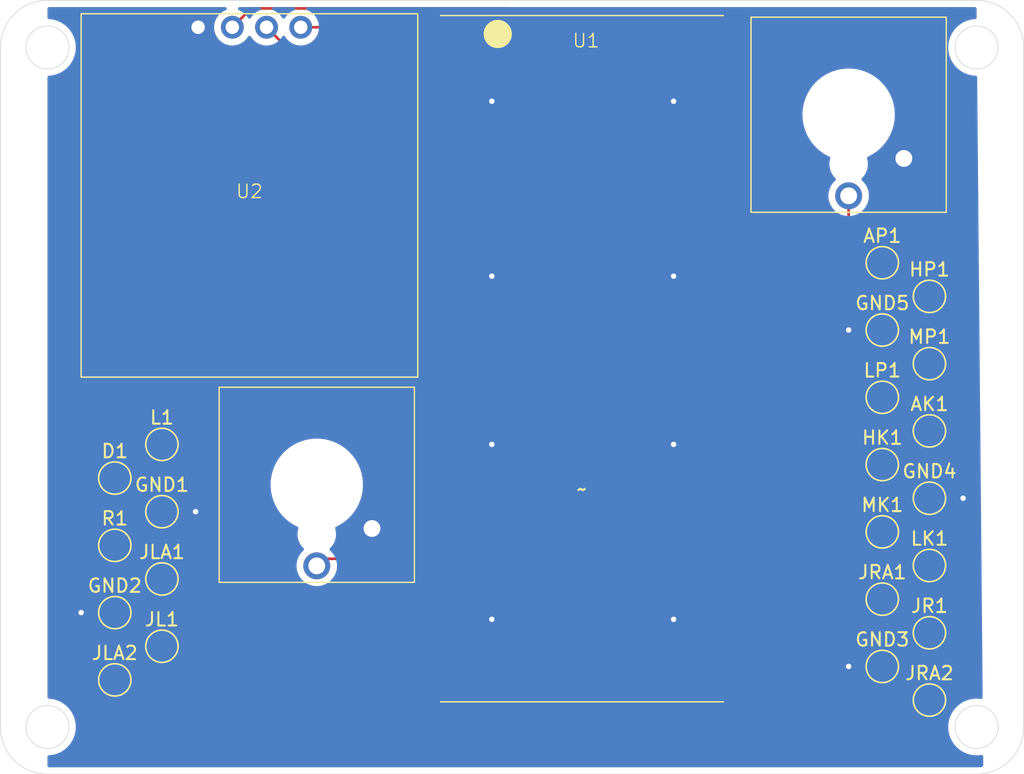
<source format=kicad_pcb>
(kicad_pcb (version 20241229) (generator "pcbnew") (generator_version "9.0")
  (layers (0 "F.Cu" signal) (2 "B.Cu" signal) (13 "F.Paste" user) (15 "B.Paste" user) (5 "F.SilkS" user "F.Silkscreen") (7 "B.SilkS" user "B.Silkscreen") (1 "F.Mask" user) (3 "B.Mask" user) (25 "Edge.Cuts" user))
  (net 0 "")
  (net 1 "Net-(U1-GP4)")
  (net 2 "Net-(S2-IN)")
  (net 3 "GND")
  (net 4 "Net-(U1-GP21)")
  (net 7 "Net-(U1-GP5)")
  (net 8 "Net-(U1-3V3)")
  (net 9 "Net-(U1-GP17)")
  (net 10 "Net-(S1-IN)")
  (net 11 "Net-(U1-GP14)")
  (net 12 "Net-(U1-GP13)")
  (net 13 "Net-(U1-GP18)")
  (net 15 "Net-(U1-GP2)")
  (net 17 "Net-(U1-GP0)")
  (net 19 "Net-(U1-GP3)")
  (net 20 "Net-(U1-GP20)")
  (net 21 "Net-(U1-GP1)")
  (net 22 "Net-(U1-GP15)")
  (net 23 "Net-(U1-GP22)")
  (net 24 "Net-(U1-GP26_A0)")
  (net 28 "Net-(U1-GP7)")
  (net 29 "Net-(U1-GP19)")
  (net 30 "Net-(U1-GP16)")
  (net 31 "Net-(U1-GP6)")
  (footprint "TestPoint:TestPoint_Pad_D2.0mm" (layer "F.Cu") (at 103.5 125.5)
    (property "Reference" "JL1" (at 0 -1.998 0) (layer "F.SilkS"))
    (property "Value" "TestPoint" (hide yes))
    (fp_circle (center 0 0) (end 0 1.2) (stroke (width 0.12)) (fill no) (layer "F.SilkS"))
    (pad "1" smd circle (at 0 0) (size 2 2) (layers "F.Cu" "F.Mask") (net 31 "Net-(U1-GP6)"))
  )
  (footprint "TestPoint:TestPoint_Pad_D2.0mm" (layer "F.Cu") (at 103.5 115.5)
    (property "Reference" "GND1" (at 0 -1.998 0) (layer "F.SilkS"))
    (property "Value" "TestPoint" (hide yes))
    (fp_circle (center 0 0) (end 0 1.2) (stroke (width 0.12)) (fill no) (layer "F.SilkS"))
    (pad "1" smd circle (at 0 0) (size 2 2) (layers "F.Cu" "F.Mask") (net 3 "GND"))
  )
  (footprint "TestPoint:TestPoint_Pad_D2.0mm" (layer "F.Cu") (at 157 127)
    (property "Reference" "GND3" (at 0 -1.998 0) (layer "F.SilkS"))
    (property "Value" "TestPoint" (hide yes))
    (fp_circle (center 0 0) (end 0 1.2) (stroke (width 0.12)) (fill no) (layer "F.SilkS"))
    (pad "1" smd circle (at 0 0) (size 2 2) (layers "F.Cu" "F.Mask") (net 3 "GND"))
  )
  (footprint "TestPoint:TestPoint_Pad_D2.0mm" (layer "F.Cu") (at 157 117)
    (property "Reference" "MK1" (at 0 -1.998 0) (layer "F.SilkS"))
    (property "Value" "TestPoint" (hide yes))
    (fp_circle (center 0 0) (end 0 1.2) (stroke (width 0.12)) (fill no) (layer "F.SilkS"))
    (pad "1" smd circle (at 0 0) (size 2 2) (layers "F.Cu" "F.Mask") (net 9 "Net-(U1-GP17)"))
  )
  (footprint "TestPoint:TestPoint_Pad_D2.0mm" (layer "F.Cu") (at 160.5 119.5)
    (property "Reference" "LK1" (at 0 -1.998 0) (layer "F.SilkS"))
    (property "Value" "TestPoint" (hide yes))
    (fp_circle (center 0 0) (end 0 1.2) (stroke (width 0.12)) (fill no) (layer "F.SilkS"))
    (pad "1" smd circle (at 0 0) (size 2 2) (layers "F.Cu" "F.Mask") (net 30 "Net-(U1-GP16)"))
  )
  (footprint "Raspberry_Pi_Pico_for_ErgoWarrior:Pico_SMT" (layer "F.Cu") (at 125 80)
    (property "Reference" "U1" (at 10 0.5 0) (layer "F.SilkS") (effects (font (thickness 0.1))))
    (property "Value" "~" (at 9.69 33.82 0) (layer "F.SilkS"))
    (fp_line (start -0.81 -1.37) (end 20.19 -1.37) (stroke (width 0.1)) (layer "F.SilkS"))
    (fp_line (start -0.81 49.63) (end 20.19 49.63) (stroke (width 0.1)) (layer "F.SilkS"))
    (fp_circle (center 3.44 0) (end 4.44 0) (stroke (width 0.1)) (fill yes) (layer "F.SilkS"))
    (pad "1" smd roundrect (at 0 0) (size 3.8 2.2) (layers "F.Cu" "F.Mask" "F.Paste") (roundrect_rratio 0.1136363636) (net 17 "Net-(U1-GP0)"))
    (pad "2" smd roundrect (at 0 2.54) (size 3.8 2.2) (layers "F.Cu" "F.Mask" "F.Paste") (roundrect_rratio 0.1136363636) (net 21 "Net-(U1-GP1)"))
    (pad "3" smd roundrect (at 0 5.08) (size 3.8 2.2) (layers "F.Cu" "F.Mask" "F.Paste") (roundrect_rratio 0.1136363636) (net 3 "GND"))
    (pad "4" smd roundrect (at 0 7.62) (size 3.8 2.2) (layers "F.Cu" "F.Mask" "F.Paste") (roundrect_rratio 0.1136363636) (net 15 "Net-(U1-GP2)"))
    (pad "5" smd roundrect (at 0 10.16) (size 3.8 2.2) (layers "F.Cu" "F.Mask" "F.Paste") (roundrect_rratio 0.1136363636) (net 19 "Net-(U1-GP3)"))
    (pad "6" smd roundrect (at 0 12.7) (size 3.8 2.2) (layers "F.Cu" "F.Mask" "F.Paste") (roundrect_rratio 0.1136363636) (net 1 "Net-(U1-GP4)"))
    (pad "7" smd roundrect (at 0 15.24) (size 3.8 2.2) (layers "F.Cu" "F.Mask" "F.Paste") (roundrect_rratio 0.1136363636) (net 7 "Net-(U1-GP5)"))
    (pad "8" smd roundrect (at 0 17.78) (size 3.8 2.2) (layers "F.Cu" "F.Mask" "F.Paste") (roundrect_rratio 0.1136363636) (net 3 "GND"))
    (pad "9" smd roundrect (at 0 20.32) (size 3.8 2.2) (layers "F.Cu" "F.Mask" "F.Paste") (roundrect_rratio 0.1136363636) (net 31 "Net-(U1-GP6)"))
    (pad "10" smd roundrect (at 0 22.86) (size 3.8 2.2) (layers "F.Cu" "F.Mask" "F.Paste") (roundrect_rratio 0.1136363636) (net 28 "Net-(U1-GP7)"))
    (pad "11" smd roundrect (at 0 25.4) (size 3.8 2.2) (layers "F.Cu" "F.Mask" "F.Paste") (roundrect_rratio 0.1136363636))
    (pad "12" smd roundrect (at 0 27.94) (size 3.8 2.2) (layers "F.Cu" "F.Mask" "F.Paste") (roundrect_rratio 0.1136363636))
    (pad "13" smd roundrect (at 0 30.48) (size 3.8 2.2) (layers "F.Cu" "F.Mask" "F.Paste") (roundrect_rratio 0.1136363636) (net 3 "GND"))
    (pad "14" smd roundrect (at 0 33.02) (size 3.8 2.2) (layers "F.Cu" "F.Mask" "F.Paste") (roundrect_rratio 0.1136363636))
    (pad "15" smd roundrect (at 0 35.56) (size 3.8 2.2) (layers "F.Cu" "F.Mask" "F.Paste") (roundrect_rratio 0.1136363636))
    (pad "16" smd roundrect (at 0 38.1) (size 3.8 2.2) (layers "F.Cu" "F.Mask" "F.Paste") (roundrect_rratio 0.1136363636) (net 2 "Net-(S2-IN)"))
    (pad "17" smd roundrect (at 0 40.64) (size 3.8 2.2) (layers "F.Cu" "F.Mask" "F.Paste") (roundrect_rratio 0.1136363636) (net 12 "Net-(U1-GP13)"))
    (pad "18" smd roundrect (at 0 43.18) (size 3.8 2.2) (layers "F.Cu" "F.Mask" "F.Paste") (roundrect_rratio 0.1136363636) (net 3 "GND"))
    (pad "19" smd roundrect (at 0 45.72) (size 3.8 2.2) (layers "F.Cu" "F.Mask" "F.Paste") (roundrect_rratio 0.1136363636) (net 11 "Net-(U1-GP14)"))
    (pad "20" smd roundrect (at 0 48.26) (size 3.8 2.2) (layers "F.Cu" "F.Mask" "F.Paste") (roundrect_rratio 0.1136363636) (net 22 "Net-(U1-GP15)"))
    (pad "21" smd roundrect (at 19.38 48.26) (size 3.8 2.2) (layers "F.Cu" "F.Mask" "F.Paste") (roundrect_rratio 0.1136363636) (net 30 "Net-(U1-GP16)"))
    (pad "22" smd roundrect (at 19.38 45.72) (size 3.8 2.2) (layers "F.Cu" "F.Mask" "F.Paste") (roundrect_rratio 0.1136363636) (net 9 "Net-(U1-GP17)"))
    (pad "23" smd roundrect (at 19.38 43.18) (size 3.8 2.2) (layers "F.Cu" "F.Mask" "F.Paste") (roundrect_rratio 0.1136363636) (net 3 "GND"))
    (pad "24" smd roundrect (at 19.38 40.64) (size 3.8 2.2) (layers "F.Cu" "F.Mask" "F.Paste") (roundrect_rratio 0.1136363636) (net 13 "Net-(U1-GP18)"))
    (pad "25" smd roundrect (at 19.38 38.1) (size 3.8 2.2) (layers "F.Cu" "F.Mask" "F.Paste") (roundrect_rratio 0.1136363636) (net 29 "Net-(U1-GP19)"))
    (pad "26" smd roundrect (at 19.38 35.56) (size 3.8 2.2) (layers "F.Cu" "F.Mask" "F.Paste") (roundrect_rratio 0.1136363636) (net 20 "Net-(U1-GP20)"))
    (pad "27" smd roundrect (at 19.38 33.02) (size 3.8 2.2) (layers "F.Cu" "F.Mask" "F.Paste") (roundrect_rratio 0.1136363636) (net 4 "Net-(U1-GP21)"))
    (pad "28" smd roundrect (at 19.38 30.48) (size 3.8 2.2) (layers "F.Cu" "F.Mask" "F.Paste") (roundrect_rratio 0.1136363636) (net 3 "GND"))
    (pad "29" smd roundrect (at 19.38 27.94) (size 3.8 2.2) (layers "F.Cu" "F.Mask" "F.Paste") (roundrect_rratio 0.1136363636) (net 23 "Net-(U1-GP22)"))
    (pad "30" smd roundrect (at 19.38 25.4) (size 3.8 2.2) (layers "F.Cu" "F.Mask" "F.Paste") (roundrect_rratio 0.1136363636))
    (pad "31" smd roundrect (at 19.38 22.86) (size 3.8 2.2) (layers "F.Cu" "F.Mask" "F.Paste") (roundrect_rratio 0.1136363636) (net 24 "Net-(U1-GP26_A0)"))
    (pad "32" smd roundrect (at 19.38 20.32) (size 3.8 2.2) (layers "F.Cu" "F.Mask" "F.Paste") (roundrect_rratio 0.1136363636) (net 10 "Net-(S1-IN)"))
    (pad "33" smd roundrect (at 19.38 17.78) (size 3.8 2.2) (layers "F.Cu" "F.Mask" "F.Paste") (roundrect_rratio 0.1136363636) (net 3 "GND"))
    (pad "34" smd roundrect (at 19.38 15.24) (size 3.8 2.2) (layers "F.Cu" "F.Mask" "F.Paste") (roundrect_rratio 0.1136363636))
    (pad "35" smd roundrect (at 19.38 12.7) (size 3.8 2.2) (layers "F.Cu" "F.Mask" "F.Paste") (roundrect_rratio 0.1136363636))
    (pad "36" smd roundrect (at 19.38 10.16) (size 3.8 2.2) (layers "F.Cu" "F.Mask" "F.Paste") (roundrect_rratio 0.1136363636) (net 8 "Net-(U1-3V3)"))
    (pad "37" smd roundrect (at 19.38 7.62) (size 3.8 2.2) (layers "F.Cu" "F.Mask" "F.Paste") (roundrect_rratio 0.1136363636))
    (pad "38" smd roundrect (at 19.38 5.08) (size 3.8 2.2) (layers "F.Cu" "F.Mask" "F.Paste") (roundrect_rratio 0.1136363636) (net 3 "GND"))
    (pad "39" smd roundrect (at 19.38 2.54) (size 3.8 2.2) (layers "F.Cu" "F.Mask" "F.Paste") (roundrect_rratio 0.1136363636))
    (pad "40" smd roundrect (at 19.38 0) (size 3.8 2.2) (layers "F.Cu" "F.Mask" "F.Paste") (roundrect_rratio 0.1136363636))
  )
  (footprint "TestPoint:TestPoint_Pad_D2.0mm" (layer "F.Cu") (at 157 97)
    (property "Reference" "AP1" (at 0 -1.998 0) (layer "F.SilkS"))
    (property "Value" "TestPoint" (hide yes))
    (fp_circle (center 0 0) (end 0 1.2) (stroke (width 0.12)) (fill no) (layer "F.SilkS"))
    (pad "1" smd circle (at 0 0) (size 2 2) (layers "F.Cu" "F.Mask") (net 24 "Net-(U1-GP26_A0)"))
  )
  (footprint "TestPoint:TestPoint_Pad_D2.0mm" (layer "F.Cu") (at 157 107)
    (property "Reference" "LP1" (at 0 -1.998 0) (layer "F.SilkS"))
    (property "Value" "TestPoint" (hide yes))
    (fp_circle (center 0 0) (end 0 1.2) (stroke (width 0.12)) (fill no) (layer "F.SilkS"))
    (pad "1" smd circle (at 0 0) (size 2 2) (layers "F.Cu" "F.Mask") (net 20 "Net-(U1-GP20)"))
  )
  (footprint "TestPoint:TestPoint_Pad_D2.0mm" (layer "F.Cu") (at 103.5 120.5)
    (property "Reference" "JLA1" (at 0 -1.998 0) (layer "F.SilkS"))
    (property "Value" "TestPoint" (hide yes))
    (fp_circle (center 0 0) (end 0 1.2) (stroke (width 0.12)) (fill no) (layer "F.SilkS"))
    (pad "1" smd circle (at 0 0) (size 2 2) (layers "F.Cu" "F.Mask") (net 7 "Net-(U1-GP5)"))
  )
  (footprint "TestPoint:TestPoint_Pad_D2.0mm" (layer "F.Cu") (at 160.5 114.5)
    (property "Reference" "GND4" (at 0 -1.998 0) (layer "F.SilkS"))
    (property "Value" "TestPoint" (hide yes))
    (fp_circle (center 0 0) (end 0 1.2) (stroke (width 0.12)) (fill no) (layer "F.SilkS"))
    (pad "1" smd circle (at 0 0) (size 2 2) (layers "F.Cu" "F.Mask") (net 3 "GND"))
  )
  (footprint "TestPoint:TestPoint_Pad_D2.0mm" (layer "F.Cu") (at 100 128)
    (property "Reference" "JLA2" (at 0 -1.998 0) (layer "F.SilkS"))
    (property "Value" "TestPoint" (hide yes))
    (fp_circle (center 0 0) (end 0 1.2) (stroke (width 0.12)) (fill no) (layer "F.SilkS"))
    (pad "1" smd circle (at 0 0) (size 2 2) (layers "F.Cu" "F.Mask") (net 28 "Net-(U1-GP7)"))
  )
  (footprint "TestPoint:TestPoint_Pad_D2.0mm" (layer "F.Cu") (at 100 123)
    (property "Reference" "GND2" (at 0 -1.998 0) (layer "F.SilkS"))
    (property "Value" "TestPoint" (hide yes))
    (fp_circle (center 0 0) (end 0 1.2) (stroke (width 0.12)) (fill no) (layer "F.SilkS"))
    (pad "1" smd circle (at 0 0) (size 2 2) (layers "F.Cu" "F.Mask") (net 3 "GND"))
  )
  (footprint "TestPoint:TestPoint_Pad_D2.0mm" (layer "F.Cu") (at 157 102)
    (property "Reference" "GND5" (at 0 -1.998 0) (layer "F.SilkS"))
    (property "Value" "TestPoint" (hide yes))
    (fp_circle (center 0 0) (end 0 1.2) (stroke (width 0.12)) (fill no) (layer "F.SilkS"))
    (pad "1" smd circle (at 0 0) (size 2 2) (layers "F.Cu" "F.Mask") (net 3 "GND"))
  )
  (footprint "TestPoint:TestPoint_Pad_D2.0mm" (layer "F.Cu") (at 160.5 104.5)
    (property "Reference" "MP1" (at 0 -1.998 0) (layer "F.SilkS"))
    (property "Value" "TestPoint" (hide yes))
    (fp_circle (center 0 0) (end 0 1.2) (stroke (width 0.12)) (fill no) (layer "F.SilkS"))
    (pad "1" smd circle (at 0 0) (size 2 2) (layers "F.Cu" "F.Mask") (net 4 "Net-(U1-GP21)"))
  )
  (footprint "TestPoint:TestPoint_Pad_D2.0mm" (layer "F.Cu") (at 157 112)
    (property "Reference" "HK1" (at 0 -1.998 0) (layer "F.SilkS"))
    (property "Value" "TestPoint" (hide yes))
    (fp_circle (center 0 0) (end 0 1.2) (stroke (width 0.12)) (fill no) (layer "F.SilkS"))
    (pad "1" smd circle (at 0 0) (size 2 2) (layers "F.Cu" "F.Mask") (net 13 "Net-(U1-GP18)"))
  )
  (footprint "TestPoint:TestPoint_Pad_D2.0mm" (layer "F.Cu") (at 100 113)
    (property "Reference" "D1" (at 0 -1.998 0) (layer "F.SilkS"))
    (property "Value" "TestPoint" (hide yes))
    (fp_circle (center 0 0) (end 0 1.2) (stroke (width 0.12)) (fill no) (layer "F.SilkS"))
    (pad "1" smd circle (at 0 0) (size 2 2) (layers "F.Cu" "F.Mask") (net 19 "Net-(U1-GP3)"))
  )
  (footprint "Display:SSD1306_i2c_Generic" (layer "F.Cu") (at 106.19 79.5)
    (property "Reference" "U2" (at 3.81 12.2 0) (layer "F.SilkS") (effects (font (thickness 0.1))))
    (property "Value" "~")
    (fp_rect (start -8.69 -1) (end 16.31 26) (stroke (width 0.1)) (fill no) (layer "F.SilkS"))
    (pad "1" thru_hole circle (at 0 0) (size 1.7 1.7) (drill 1) (layers "*.Cu" "*.Mask") (net 3 "GND"))
    (pad "2" thru_hole circle (at 2.54 0) (size 1.7 1.7) (drill 1) (layers "*.Cu" "*.Mask") (net 8 "Net-(U1-3V3)"))
    (pad "3" thru_hole circle (at 5.08 0) (size 1.7 1.7) (drill 1) (layers "*.Cu" "*.Mask") (net 21 "Net-(U1-GP1)"))
    (pad "4" thru_hole circle (at 7.62 0) (size 1.7 1.7) (drill 1) (layers "*.Cu" "*.Mask") (net 17 "Net-(U1-GP0)"))
  )
  (footprint "Keyboard_Switches:Cherry_MX_LP" (layer "F.Cu") (at 154.5 86)
    (property "Reference" "S1" (hide yes))
    (property "Value" "~")
    (fp_rect (start -7.25 -7.25) (end 7.25 7.25) (stroke (width 0.1)) (fill no) (layer "F.SilkS"))
    (pad "" np_thru_hole circle (at 0 0) (size 6.35 6.35) (drill 6.35) (layers "*.Cu" "*.Mask"))
    (pad "" np_thru_hole circle (at 0 3.675) (size 2.35 2.35) (drill 2.35) (layers "*.Cu" "*.Mask"))
    (pad "1" thru_hole circle (at 0 6.025) (size 2 2) (drill 1.25) (layers "*.Cu" "*.Mask") (net 10 "Net-(S1-IN)"))
    (pad "2" thru_hole circle (at 4.1 3.25) (size 2 2) (drill 1.25) (layers "*.Cu" "*.Mask") (net 3 "GND"))
  )
  (footprint "TestPoint:TestPoint_Pad_D2.0mm" (layer "F.Cu") (at 103.5 110.5)
    (property "Reference" "L1" (at 0 -1.998 0) (layer "F.SilkS"))
    (property "Value" "TestPoint" (hide yes))
    (fp_circle (center 0 0) (end 0 1.2) (stroke (width 0.12)) (fill no) (layer "F.SilkS"))
    (pad "1" smd circle (at 0 0) (size 2 2) (layers "F.Cu" "F.Mask") (net 15 "Net-(U1-GP2)"))
  )
  (footprint "TestPoint:TestPoint_Pad_D2.0mm" (layer "F.Cu") (at 160.5 124.5)
    (property "Reference" "JR1" (at 0 -1.998 0) (layer "F.SilkS"))
    (property "Value" "TestPoint" (hide yes))
    (fp_circle (center 0 0) (end 0 1.2) (stroke (width 0.12)) (fill no) (layer "F.SilkS"))
    (pad "1" smd circle (at 0 0) (size 2 2) (layers "F.Cu" "F.Mask") (net 11 "Net-(U1-GP14)"))
  )
  (footprint "TestPoint:TestPoint_Pad_D2.0mm" (layer "F.Cu") (at 160.5 129.5)
    (property "Reference" "JRA2" (at 0 -1.998 0) (layer "F.SilkS"))
    (property "Value" "TestPoint" (hide yes))
    (fp_circle (center 0 0) (end 0 1.2) (stroke (width 0.12)) (fill no) (layer "F.SilkS"))
    (pad "1" smd circle (at 0 0) (size 2 2) (layers "F.Cu" "F.Mask") (net 22 "Net-(U1-GP15)"))
  )
  (footprint "TestPoint:TestPoint_Pad_D2.0mm" (layer "F.Cu") (at 160.5 109.5)
    (property "Reference" "AK1" (at 0 -1.998 0) (layer "F.SilkS"))
    (property "Value" "TestPoint" (hide yes))
    (fp_circle (center 0 0) (end 0 1.2) (stroke (width 0.12)) (fill no) (layer "F.SilkS"))
    (pad "1" smd circle (at 0 0) (size 2 2) (layers "F.Cu" "F.Mask") (net 29 "Net-(U1-GP19)"))
  )
  (footprint "TestPoint:TestPoint_Pad_D2.0mm" (layer "F.Cu") (at 157 122)
    (property "Reference" "JRA1" (at 0 -1.998 0) (layer "F.SilkS"))
    (property "Value" "TestPoint" (hide yes))
    (fp_circle (center 0 0) (end 0 1.2) (stroke (width 0.12)) (fill no) (layer "F.SilkS"))
    (pad "1" smd circle (at 0 0) (size 2 2) (layers "F.Cu" "F.Mask") (net 12 "Net-(U1-GP13)"))
  )
  (footprint "Keyboard_Switches:Cherry_MX_LP" (layer "F.Cu") (at 115 113.5)
    (property "Reference" "S2" (hide yes))
    (property "Value" "~")
    (fp_rect (start -7.25 -7.25) (end 7.25 7.25) (stroke (width 0.1)) (fill no) (layer "F.SilkS"))
    (pad "" np_thru_hole circle (at 0 0) (size 6.35 6.35) (drill 6.35) (layers "*.Cu" "*.Mask"))
    (pad "" np_thru_hole circle (at 0 3.675) (size 2.35 2.35) (drill 2.35) (layers "*.Cu" "*.Mask"))
    (pad "1" thru_hole circle (at 0 6.025) (size 2 2) (drill 1.25) (layers "*.Cu" "*.Mask") (net 2 "Net-(S2-IN)"))
    (pad "2" thru_hole circle (at 4.1 3.25) (size 2 2) (drill 1.25) (layers "*.Cu" "*.Mask") (net 3 "GND"))
  )
  (footprint "TestPoint:TestPoint_Pad_D2.0mm" (layer "F.Cu") (at 100 118)
    (property "Reference" "R1" (at 0 -1.998 0) (layer "F.SilkS"))
    (property "Value" "TestPoint" (hide yes))
    (fp_circle (center 0 0) (end 0 1.2) (stroke (width 0.12)) (fill no) (layer "F.SilkS"))
    (pad "1" smd circle (at 0 0) (size 2 2) (layers "F.Cu" "F.Mask") (net 1 "Net-(U1-GP4)"))
  )
  (footprint "TestPoint:TestPoint_Pad_D2.0mm" (layer "F.Cu") (at 160.5 99.5)
    (property "Reference" "HP1" (at 0 -1.998 0) (layer "F.SilkS"))
    (property "Value" "TestPoint" (hide yes))
    (fp_circle (center 0 0) (end 0 1.2) (stroke (width 0.12)) (fill no) (layer "F.SilkS"))
    (pad "1" smd circle (at 0 0) (size 2 2) (layers "F.Cu" "F.Mask") (net 23 "Net-(U1-GP22)"))
  )
  (gr_arc (start 167.5 131.5) (mid 166.474874 133.974874) (end 164 135) (stroke (width 0.05)) (layer "Edge.Cuts"))
  (gr_circle (center 164 81) (end 165.6 81) (stroke (width 0.05)) (fill no) (layer "Edge.Cuts"))
  (gr_circle (center 164 131.5) (end 165.6 131.5) (stroke (width 0.05)) (fill no) (layer "Edge.Cuts"))
  (gr_circle (center 95 81) (end 96.6 81) (stroke (width 0.05)) (fill no) (layer "Edge.Cuts"))
  (gr_line (start 91.5 131.5) (end 91.5 81) (stroke (width 0.05)) (layer "Edge.Cuts"))
  (gr_line (start 167.5 81) (end 167.5 131.5) (stroke (width 0.05)) (layer "Edge.Cuts"))
  (gr_arc (start 164 77.5) (mid 166.474874 78.525126) (end 167.5 81) (stroke (width 0.05)) (layer "Edge.Cuts"))
  (gr_line (start 95 77.5) (end 164 77.5) (stroke (width 0.05)) (layer "Edge.Cuts"))
  (gr_arc (start 91.5 81) (mid 92.525126 78.525126) (end 95 77.5) (stroke (width 0.05)) (layer "Edge.Cuts"))
  (gr_line (start 164 135) (end 95 135) (stroke (width 0.05)) (layer "Edge.Cuts"))
  (gr_arc (start 95 135) (mid 92.525126 133.974874) (end 91.5 131.5) (stroke (width 0.05)) (layer "Edge.Cuts"))
  (gr_circle (center 95 131.5) (end 96.6 131.5) (stroke (width 0.05)) (fill no) (layer "Edge.Cuts"))
  (segment (start 107.75 106.25) (end 121.3 92.7) (width 0.2) (layer "F.Cu") (net 1))
  (segment (start 100 118) (end 105.502159 118) (width 0.2) (layer "F.Cu") (net 1))
  (segment (start 105.502159 118) (end 107.75 115.752159) (width 0.2) (layer "F.Cu") (net 1))
  (segment (start 107.75 115.752159) (end 107.75 106.25) (width 0.2) (layer "F.Cu") (net 1))
  (segment (start 121.3 92.7) (end 125 92.7) (width 0.2) (layer "F.Cu") (net 1))
  (segment (start 124.1 119) (end 125 118.1) (width 0.2) (layer "F.Cu") (net 2))
  (segment (start 115.525 119) (end 124.1 119) (width 0.2) (layer "F.Cu") (net 2))
  (segment (start 115 119.525) (end 115.525 119) (width 0.2) (layer "F.Cu") (net 2))
  (segment (start 157 102) (end 154.5 102) (width 0.2) (layer "F.Cu") (net 3))
  (segment (start 100 123) (end 97.5 123) (width 0.2) (layer "F.Cu") (net 3))
  (segment (start 125 123.18) (end 127.68 123.18) (width 0.2) (layer "F.Cu") (net 3))
  (segment (start 144.38 110.48) (end 141.52 110.48) (width 0.2) (layer "F.Cu") (net 3))
  (segment (start 125 110.48) (end 127.98 110.48) (width 0.2) (layer "F.Cu") (net 3))
  (segment (start 127.78 97.78) (end 128 98) (width 0.2) (layer "F.Cu") (net 3))
  (segment (start 127.68 123.18) (end 128 123.5) (width 0.2) (layer "F.Cu") (net 3))
  (segment (start 144.38 85.08) (end 141.58 85.08) (width 0.2) (layer "F.Cu") (net 3))
  (segment (start 144.38 97.78) (end 141.72 97.78) (width 0.2) (layer "F.Cu") (net 3))
  (segment (start 144.38 123.18) (end 141.82 123.18) (width 0.2) (layer "F.Cu") (net 3))
  (segment (start 141.58 85.08) (end 141.5 85) (width 0.2) (layer "F.Cu") (net 3))
  (segment (start 157 127) (end 154.5 127) (width 0.2) (layer "F.Cu") (net 3))
  (segment (start 141.82 123.18) (end 141.5 123.5) (width 0.2) (layer "F.Cu") (net 3))
  (segment (start 127.98 110.48) (end 128 110.5) (width 0.2) (layer "F.Cu") (net 3))
  (segment (start 141.52 110.48) (end 141.5 110.5) (width 0.2) (layer "F.Cu") (net 3))
  (segment (start 127.92 85.08) (end 128 85) (width 0.2) (layer "F.Cu") (net 3))
  (segment (start 141.72 97.78) (end 141.5 98) (width 0.2) (layer "F.Cu") (net 3))
  (segment (start 125 97.78) (end 127.78 97.78) (width 0.2) (layer "F.Cu") (net 3))
  (segment (start 160.5 114.5) (end 163 114.5) (width 0.2) (layer "F.Cu") (net 3))
  (segment (start 103.5 115.5) (end 106 115.5) (width 0.2) (layer "F.Cu") (net 3))
  (segment (start 125 85.08) (end 127.92 85.08) (width 0.2) (layer "F.Cu") (net 3))
  (via (at 141.5 85) (size 0.8) (drill 0.4) (layers "F.Cu" "B.Cu") (net 3))
  (via (at 97.5 123) (size 0.8) (drill 0.4) (layers "F.Cu" "B.Cu") (net 3))
  (via (at 154.5 127) (size 0.8) (drill 0.4) (layers "F.Cu" "B.Cu") (net 3))
  (via (at 128 85) (size 0.8) (drill 0.4) (layers "F.Cu" "B.Cu") (net 3))
  (via (at 128 98) (size 0.8) (drill 0.4) (layers "F.Cu" "B.Cu") (net 3))
  (via (at 141.5 98) (size 0.8) (drill 0.4) (layers "F.Cu" "B.Cu") (net 3))
  (via (at 128 110.5) (size 0.8) (drill 0.4) (layers "F.Cu" "B.Cu") (net 3))
  (via (at 141.5 123.5) (size 0.8) (drill 0.4) (layers "F.Cu" "B.Cu") (net 3))
  (via (at 128 123.5) (size 0.8) (drill 0.4) (layers "F.Cu" "B.Cu") (net 3))
  (via (at 141.5 110.5) (size 0.8) (drill 0.4) (layers "F.Cu" "B.Cu") (net 3))
  (via (at 154.5 102) (size 0.8) (drill 0.4) (layers "F.Cu" "B.Cu") (net 3))
  (via (at 163 114.5) (size 0.8) (drill 0.4) (layers "F.Cu" "B.Cu") (net 3))
  (via (at 106 115.5) (size 0.8) (drill 0.4) (layers "F.Cu" "B.Cu") (net 3))
  (segment (start 160.5 104.5) (end 155.5 104.5) (width 0.2) (layer "F.Cu") (net 4))
  (segment (start 146.98 113.02) (end 144.38 113.02) (width 0.2) (layer "F.Cu") (net 4))
  (segment (start 155.5 104.5) (end 146.98 113.02) (width 0.2) (layer "F.Cu") (net 4))
  (segment (start 121.135 95.24) (end 125 95.24) (width 0.2) (layer "F.Cu") (net 7))
  (segment (start 103.5 120.5) (end 105.5 120.5) (width 0.2) (layer "F.Cu") (net 7))
  (segment (start 105.5 120.5) (end 108.75 117.25) (width 0.2) (layer "F.Cu") (net 7))
  (segment (start 108.75 107.625) (end 121.135 95.24) (width 0.2) (layer "F.Cu") (net 7))
  (segment (start 108.75 117.25) (end 108.75 107.625) (width 0.2) (layer "F.Cu") (net 7))
  (segment (start 108.73 79.5) (end 110.129 78.101) (width 0.2) (layer "F.Cu") (net 8))
  (segment (start 141.16 90.16) (end 144.38 90.16) (width 0.2) (layer "F.Cu") (net 8))
  (segment (start 129.101 78.101) (end 141.16 90.16) (width 0.2) (layer "F.Cu") (net 8))
  (segment (start 110.129 78.101) (end 129.101 78.101) (width 0.2) (layer "F.Cu") (net 8))
  (segment (start 155 117) (end 146.28 125.72) (width 0.2) (layer "F.Cu") (net 9))
  (segment (start 157 117) (end 155 117) (width 0.2) (layer "F.Cu") (net 9))
  (segment (start 146.28 125.72) (end 144.38 125.72) (width 0.2) (layer "F.Cu") (net 9))
  (segment (start 149.68 100.32) (end 144.38 100.32) (width 0.2) (layer "F.Cu") (net 10))
  (segment (start 154.5 95.5) (end 149.68 100.32) (width 0.2) (layer "F.Cu") (net 10))
  (segment (start 154.5 92.025) (end 154.5 95.5) (width 0.2) (layer "F.Cu") (net 10))
  (segment (start 136 131.5) (end 130.22 125.72) (width 0.2) (layer "F.Cu") (net 11))
  (segment (start 130.22 125.72) (end 125 125.72) (width 0.2) (layer "F.Cu") (net 11))
  (segment (start 155.0671 124.5) (end 148.0671 131.5) (width 0.2) (layer "F.Cu") (net 11))
  (segment (start 148.0671 131.5) (end 136 131.5) (width 0.2) (layer "F.Cu") (net 11))
  (segment (start 160.5 124.5) (end 155.0671 124.5) (width 0.2) (layer "F.Cu") (net 11))
  (segment (start 146.5 130.5) (end 137.5 130.5) (width 0.2) (layer "F.Cu") (net 12))
  (segment (start 155 122) (end 146.5 130.5) (width 0.2) (layer "F.Cu") (net 12))
  (segment (start 157 122) (end 155 122) (width 0.2) (layer "F.Cu") (net 12))
  (segment (start 127.64 120.64) (end 125 120.64) (width 0.2) (layer "F.Cu") (net 12))
  (segment (start 137.5 130.5) (end 127.64 120.64) (width 0.2) (layer "F.Cu") (net 12))
  (segment (start 146.86 120.64) (end 144.38 120.64) (width 0.2) (layer "F.Cu") (net 13))
  (segment (start 157 112) (end 155.5 112) (width 0.2) (layer "F.Cu") (net 13))
  (segment (start 155.5 112) (end 146.86 120.64) (width 0.2) (layer "F.Cu") (net 13))
  (segment (start 121.38 87.62) (end 105.75 103.25) (width 0.2) (layer "F.Cu") (net 15))
  (segment (start 105.75 103.25) (end 105.75 109.25) (width 0.2) (layer "F.Cu") (net 15))
  (segment (start 104.5 110.5) (end 103.5 110.5) (width 0.2) (layer "F.Cu") (net 15))
  (segment (start 125 87.62) (end 121.38 87.62) (width 0.2) (layer "F.Cu") (net 15))
  (segment (start 105.75 109.25) (end 104.5 110.5) (width 0.2) (layer "F.Cu") (net 15))
  (segment (start 124.5 79.5) (end 125 80) (width 0.2) (layer "F.Cu") (net 17))
  (segment (start 113.81 79.5) (end 124.5 79.5) (width 0.2) (layer "F.Cu") (net 17))
  (segment (start 104.5 113) (end 100 113) (width 0.2) (layer "F.Cu") (net 19))
  (segment (start 125 90.16) (end 121.215201 90.16) (width 0.2) (layer "F.Cu") (net 19))
  (segment (start 106.75 104.625201) (end 106.75 110.75) (width 0.2) (layer "F.Cu") (net 19))
  (segment (start 121.215201 90.16) (end 106.75 104.625201) (width 0.2) (layer "F.Cu") (net 19))
  (segment (start 106.75 110.75) (end 104.5 113) (width 0.2) (layer "F.Cu") (net 19))
  (segment (start 157 107) (end 155.5 107) (width 0.2) (layer "F.Cu") (net 20))
  (segment (start 155.5 107) (end 146.94 115.56) (width 0.2) (layer "F.Cu") (net 20))
  (segment (start 146.94 115.56) (end 144.38 115.56) (width 0.2) (layer "F.Cu") (net 20))
  (segment (start 111.27 79.5) (end 114.31 82.54) (width 0.2) (layer "F.Cu") (net 21))
  (segment (start 114.31 82.54) (end 125 82.54) (width 0.2) (layer "F.Cu") (net 21))
  (segment (start 134.5 132.5) (end 130.26 128.26) (width 0.2) (layer "F.Cu") (net 22))
  (segment (start 160.5 129.5) (end 152.5 129.5) (width 0.2) (layer "F.Cu") (net 22))
  (segment (start 152.5 129.5) (end 149.5 132.5) (width 0.2) (layer "F.Cu") (net 22))
  (segment (start 130.26 128.26) (end 125 128.26) (width 0.2) (layer "F.Cu") (net 22))
  (segment (start 149.5 132.5) (end 134.5 132.5) (width 0.2) (layer "F.Cu") (net 22))
  (segment (start 146.932531 107.94) (end 155.372531 99.5) (width 0.2) (layer "F.Cu") (net 23))
  (segment (start 155.372531 99.5) (end 160.5 99.5) (width 0.2) (layer "F.Cu") (net 23))
  (segment (start 144.38 107.94) (end 146.932531 107.94) (width 0.2) (layer "F.Cu") (net 23))
  (segment (start 149.697187 102.86) (end 144.38 102.86) (width 0.2) (layer "F.Cu") (net 24))
  (segment (start 157 97) (end 155.557187 97) (width 0.2) (layer "F.Cu") (net 24))
  (segment (start 155.557187 97) (end 149.697187 102.86) (width 0.2) (layer "F.Cu") (net 24))
  (segment (start 106 128) (end 100 128) (width 0.2) (layer "F.Cu") (net 28))
  (segment (start 110.75 110.75) (end 110.75 123.25) (width 0.2) (layer "F.Cu") (net 28))
  (segment (start 110.75 123.25) (end 106 128) (width 0.2) (layer "F.Cu") (net 28))
  (segment (start 118.64 102.86) (end 110.75 110.75) (width 0.2) (layer "F.Cu") (net 28))
  (segment (start 125 102.86) (end 118.64 102.86) (width 0.2) (layer "F.Cu") (net 28))
  (segment (start 160.5 109.5) (end 155.53355 109.5) (width 0.2) (layer "F.Cu") (net 29))
  (segment (start 155.53355 109.5) (end 146.93355 118.1) (width 0.2) (layer "F.Cu") (net 29))
  (segment (start 146.93355 118.1) (end 144.38 118.1) (width 0.2) (layer "F.Cu") (net 29))
  (segment (start 155.0671 119.5) (end 146.3071 128.26) (width 0.2) (layer "F.Cu") (net 30))
  (segment (start 146.3071 128.26) (end 144.38 128.26) (width 0.2) (layer "F.Cu") (net 30))
  (segment (start 160.5 119.5) (end 155.0671 119.5) (width 0.2) (layer "F.Cu") (net 30))
  (segment (start 109.75 121.75) (end 106 125.5) (width 0.2) (layer "F.Cu") (net 31))
  (segment (start 106 125.5) (end 103.5 125.5) (width 0.2) (layer "F.Cu") (net 31))
  (segment (start 118.68 100.32) (end 109.75 109.25) (width 0.2) (layer "F.Cu") (net 31))
  (segment (start 125 100.32) (end 118.68 100.32) (width 0.2) (layer "F.Cu") (net 31))
  (segment (start 109.75 109.25) (end 109.75 121.75) (width 0.2) (layer "F.Cu") (net 31))
  (zone (net 3) (net_name "GND") (layer "B.Cu") (connect_pads yes (clearance 0.5)) (min_thickness 0.25) (fill yes (thermal_gap 0.5) (thermal_bridge_width 0.5) (island_removal_mode 1) (island_area_min 10))
    (polygon (pts (xy 95 78) (xy 164 78) (xy 164.5 134.5) (xy 95 134.5)))
  )
)
</source>
